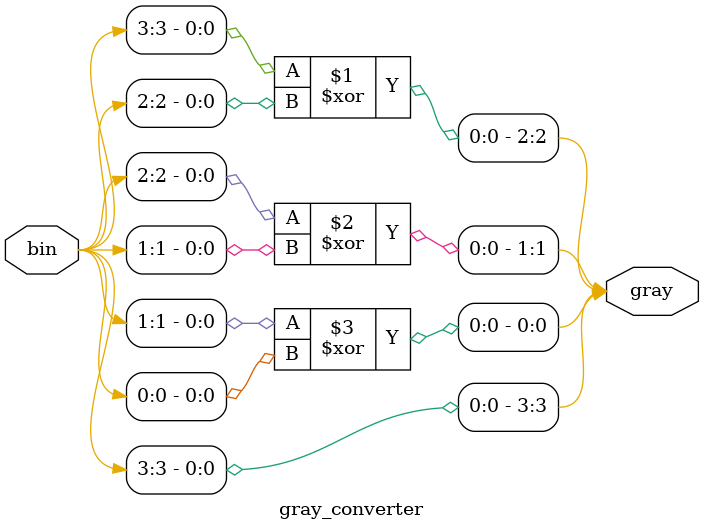
<source format=sv>
module gray_converter(
    input [3:0] bin,
    output [3:0] gray
);
    assign gray[3] = bin[3];
    assign gray[2] = bin[3] ^ bin[2];
    assign gray[1] = bin[2] ^ bin[1];
    assign gray[0] = bin[1] ^ bin[0];  // 异或链实现
endmodule
</source>
